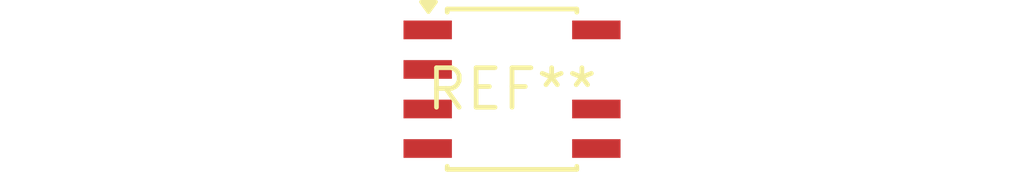
<source format=kicad_pcb>
(kicad_pcb (version 20240108) (generator pcbnew)
  (layers (0 "F.Cu" signal) (31 "B.Cu" signal) (34 "B.Paste" user) (35 "F.Paste" user) (36 "B.SilkS" user "B.Silkscreen") (37 "F.SilkS" user "F.Silkscreen") (38 "B.Mask" user) (39 "F.Mask" user) (44 "Edge.Cuts" user))
  (net 0 "")
  (footprint "SOIC-8-N7_3.9x4.9mm_P1.27mm" (layer "F.Cu") (at 0 0)
    (property "Reference" "REF**")
    (property "Value" "SOIC-8-N7_3.9x4.9mm_P1.27mm")
    (fp_line (start -2.075 -2.575) (end -2.075 -2.475) (layer "F.SilkS") (stroke (width 0.15)))
    (fp_line (start -2.075 -2.575) (end 2.075 -2.575) (layer "F.SilkS") (stroke (width 0.15)))
    (fp_line (start -2.075 2.475) (end -2.075 2.575) (layer "F.SilkS") (stroke (width 0.15)))
    (fp_line (start -2.075 2.575) (end 2.075 2.575) (layer "F.SilkS") (stroke (width 0.15)))
    (fp_line (start 2.075 -2.575) (end 2.075 -2.475) (layer "F.SilkS") (stroke (width 0.15)))
    (fp_line (start 2.075 2.575) (end 2.075 2.475) (layer "F.SilkS") (stroke (width 0.15)))
    (fp_poly (pts (xy -2.675 -2.475) (xy -2.915 -2.805) (xy -2.435 -2.805) (xy -2.675 -2.475)) (layer "F.SilkS") (stroke (width 0.12)) (fill solid))
    (pad "1" smd rect (at -2.7 -1.905) (size 1.55 0.6) (layers "F.Cu" "F.Paste" "F.Mask"))
    (pad "2" smd rect (at -2.7 -0.635) (size 1.55 0.6) (layers "F.Cu" "F.Paste" "F.Mask"))
    (pad "3" smd rect (at -2.7 0.635) (size 1.55 0.6) (layers "F.Cu" "F.Paste" "F.Mask"))
    (pad "4" smd rect (at -2.7 1.905) (size 1.55 0.6) (layers "F.Cu" "F.Paste" "F.Mask"))
    (pad "5" smd rect (at 2.7 1.905) (size 1.55 0.6) (layers "F.Cu" "F.Paste" "F.Mask"))
    (pad "6" smd rect (at 2.7 0.635) (size 1.55 0.6) (layers "F.Cu" "F.Paste" "F.Mask"))
    (pad "8" smd rect (at 2.7 -1.905) (size 1.55 0.6) (layers "F.Cu" "F.Paste" "F.Mask"))
  )
)
</source>
